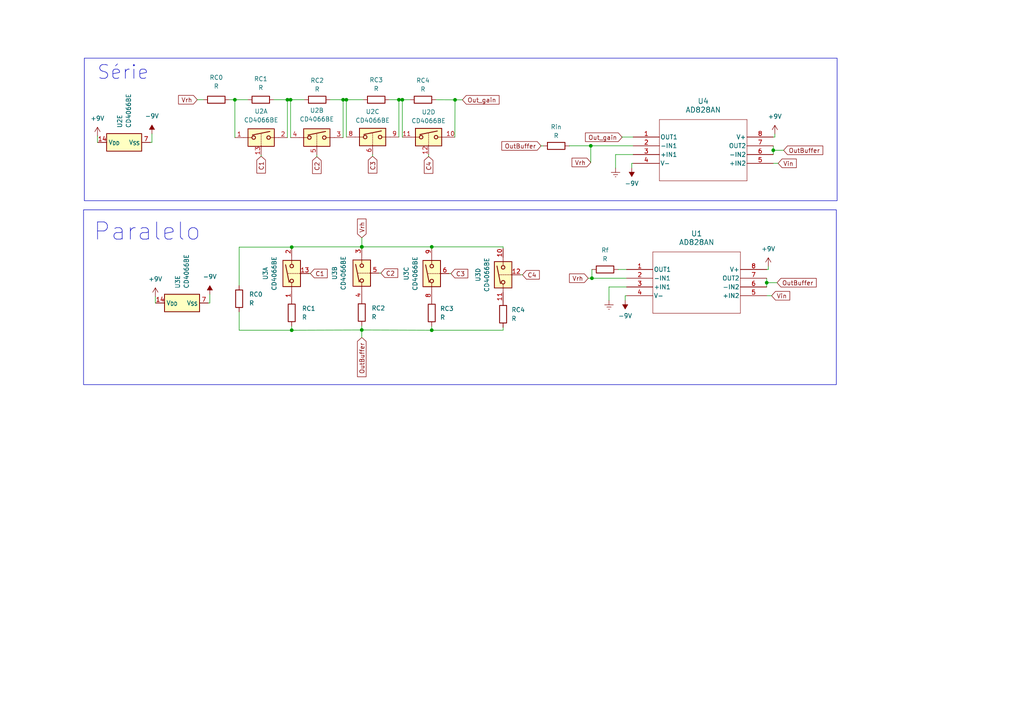
<source format=kicad_sch>
(kicad_sch (version 20230121) (generator eeschema)
  (paper "A4")
  (lib_symbols
    (symbol "AD828:AD828AN" (pin_names (offset 0.254))
      (property "Reference" "U" (at 20.32 10.16 0))
      (property "Value" "AD828AN" (at 20.32 7.62 0))
      (symbol "AD828AN_0_1"
        (polyline (pts (xy 7.62 -12.7) (xy 33.02 -12.7)) (stroke (width 0.127)))
        (polyline (pts (xy 7.62 5.08) (xy 7.62 -12.7)) (stroke (width 0.127)))
        (polyline (pts (xy 33.02 -12.7) (xy 33.02 5.08)) (stroke (width 0.127)))
        (polyline (pts (xy 33.02 5.08) (xy 7.62 5.08)) (stroke (width 0.127)))
        (pin unspecified line (at 0 0 0) (length 7.62) (name "OUT1") (number "1"))
        (pin unspecified line (at 0 -2.54 0) (length 7.62) (name "-IN1") (number "2"))
        (pin unspecified line (at 0 -5.08 0) (length 7.62) (name "+IN1") (number "3"))
        (pin power_in line (at 0 -7.62 0) (length 7.62) (name "V-") (number "4"))
        (pin unspecified line (at 40.64 -7.62 180) (length 7.62) (name "+IN2") (number "5"))
        (pin unspecified line (at 40.64 -5.08 180) (length 7.62) (name "-IN2") (number "6"))
        (pin unspecified line (at 40.64 -2.54 180) (length 7.62) (name "OUT2") (number "7"))
        (pin power_in line (at 40.64 0 180) (length 7.62) (name "V+") (number "8"))
      )
    )
    (symbol "Analog_Switch:CD4066BE"
      (property "Reference" "U" (at -5.08 3.81 0))
      (property "Value" "CD4066BE" (at 7.62 3.81 0))
      (symbol "CD4066BE_1_1"
        (rectangle (start -3.81 2.54) (end 3.81 -2.54) (stroke (width 0.254)) (fill (type background)))
        (circle (center -2.159 0) (radius 0.508) (stroke (width 0.254)))
        (polyline (pts (xy -5.08 0) (xy -2.794 0)))
        (polyline (pts (xy -2.54 0.762) (xy 2.54 1.778)) (stroke (width 0.254)))
        (polyline (pts (xy 0 -2.54) (xy 0 -2.032)))
        (polyline (pts (xy 0 -1.778) (xy 0 -1.524)))
        (polyline (pts (xy 0 -1.27) (xy 0 -1.016)))
        (polyline (pts (xy 0 -0.762) (xy 0 -0.508)))
        (polyline (pts (xy 0 -0.254) (xy 0 0)))
        (polyline (pts (xy 0 0.254) (xy 0 0.508)))
        (polyline (pts (xy 0 0.762) (xy 0 1.016)))
        (polyline (pts (xy 5.08 0) (xy 2.794 0)))
        (circle (center 2.159 0) (radius 0.508) (stroke (width 0.254)))
        (pin bidirectional line (at -7.62 0 0) (length 2.54) (name "~") (number "1"))
        (pin input line (at 0 -5.08 90) (length 2.54) (name "~") (number "13"))
        (pin bidirectional line (at 7.62 0 180) (length 2.54) (name "~") (number "2"))
      )
      (symbol "CD4066BE_2_1"
        (rectangle (start -3.81 2.54) (end 3.81 -2.54) (stroke (width 0.254)) (fill (type background)))
        (circle (center -2.159 0) (radius 0.508) (stroke (width 0.254)))
        (polyline (pts (xy -5.08 0) (xy -2.794 0)))
        (polyline (pts (xy -2.54 0.762) (xy 2.54 1.778)) (stroke (width 0.254)))
        (polyline (pts (xy 0 -2.54) (xy 0 -2.032)))
        (polyline (pts (xy 0 -1.778) (xy 0 -1.524)))
        (polyline (pts (xy 0 -1.27) (xy 0 -1.016)))
        (polyline (pts (xy 0 -0.762) (xy 0 -0.508)))
        (polyline (pts (xy 0 -0.254) (xy 0 0)))
        (polyline (pts (xy 0 0.254) (xy 0 0.508)))
        (polyline (pts (xy 0 0.762) (xy 0 1.016)))
        (polyline (pts (xy 5.08 0) (xy 2.794 0)))
        (circle (center 2.159 0) (radius 0.508) (stroke (width 0.254)))
        (pin bidirectional line (at 7.62 0 180) (length 2.54) (name "~") (number "3"))
        (pin bidirectional line (at -7.62 0 0) (length 2.54) (name "~") (number "4"))
        (pin input line (at 0 -5.08 90) (length 2.54) (name "~") (number "5"))
      )
      (symbol "CD4066BE_3_1"
        (rectangle (start -3.81 2.54) (end 3.81 -2.54) (stroke (width 0.254)) (fill (type background)))
        (circle (center -2.159 0) (radius 0.508) (stroke (width 0.254)))
        (polyline (pts (xy -5.08 0) (xy -2.794 0)))
        (polyline (pts (xy -2.54 0.762) (xy 2.54 1.778)) (stroke (width 0.254)))
        (polyline (pts (xy 0 -2.54) (xy 0 -2.032)))
        (polyline (pts (xy 0 -1.778) (xy 0 -1.524)))
        (polyline (pts (xy 0 -1.27) (xy 0 -1.016)))
        (polyline (pts (xy 0 -0.762) (xy 0 -0.508)))
        (polyline (pts (xy 0 -0.254) (xy 0 0)))
        (polyline (pts (xy 0 0.254) (xy 0 0.508)))
        (polyline (pts (xy 0 0.762) (xy 0 1.016)))
        (polyline (pts (xy 5.08 0) (xy 2.794 0)))
        (circle (center 2.159 0) (radius 0.508) (stroke (width 0.254)))
        (pin input line (at 0 -5.08 90) (length 2.54) (name "~") (number "6"))
        (pin bidirectional line (at -7.62 0 0) (length 2.54) (name "~") (number "8"))
        (pin bidirectional line (at 7.62 0 180) (length 2.54) (name "~") (number "9"))
      )
      (symbol "CD4066BE_4_1"
        (rectangle (start -3.81 2.54) (end 3.81 -2.54) (stroke (width 0.254)) (fill (type background)))
        (circle (center -2.159 0) (radius 0.508) (stroke (width 0.254)))
        (polyline (pts (xy -5.08 0) (xy -2.794 0)))
        (polyline (pts (xy -2.54 0.762) (xy 2.54 1.778)) (stroke (width 0.254)))
        (polyline (pts (xy 0 -2.54) (xy 0 -2.032)))
        (polyline (pts (xy 0 -1.778) (xy 0 -1.524)))
        (polyline (pts (xy 0 -1.27) (xy 0 -1.016)))
        (polyline (pts (xy 0 -0.762) (xy 0 -0.508)))
        (polyline (pts (xy 0 -0.254) (xy 0 0)))
        (polyline (pts (xy 0 0.254) (xy 0 0.508)))
        (polyline (pts (xy 0 0.762) (xy 0 1.016)))
        (polyline (pts (xy 5.08 0) (xy 2.794 0)))
        (circle (center 2.159 0) (radius 0.508) (stroke (width 0.254)))
        (pin bidirectional line (at 7.62 0 180) (length 2.54) (name "~") (number "10"))
        (pin bidirectional line (at -7.62 0 0) (length 2.54) (name "~") (number "11"))
        (pin input line (at 0 -5.08 90) (length 2.54) (name "~") (number "12"))
      )
      (symbol "CD4066BE_5_1"
        (rectangle (start -2.54 5.08) (end 2.54 -5.08) (stroke (width 0.254)) (fill (type background)))
        (pin power_in line (at 0 7.62 270) (length 2.54) (name "V_{DD}") (number "14"))
        (pin power_in line (at 0 -7.62 90) (length 2.54) (name "V_{SS}") (number "7"))
      )
    )
    (symbol "Device:R" (pin_numbers hide) (pin_names (offset 0))
      (property "Reference" "R" (at 2.032 0 90))
      (property "Value" "R" (at 0 0 90))
      (symbol "R_0_1"
        (rectangle (start -1.016 -2.54) (end 1.016 2.54) (stroke (width 0.254)))
      )
      (symbol "R_1_1"
        (pin passive line (at 0 3.81 270) (length 1.27) (name "~") (number "1"))
        (pin passive line (at 0 -3.81 90) (length 1.27) (name "~") (number "2"))
      )
    )
    (symbol "power:+9V" (power) (pin_names (offset 0))
      (property "Value" "+9V" (at 0 3.556 0))
      (symbol "+9V_0_1"
        (polyline (pts (xy -0.762 1.27) (xy 0 2.54)))
        (polyline (pts (xy 0 0) (xy 0 2.54)))
        (polyline (pts (xy 0 2.54) (xy 0.762 1.27)))
      )
      (symbol "+9V_1_1"
        (pin power_in line (at 0 0 90) (length 0) hide (name "+9V") (number "1"))
      )
    )
    (symbol "power:-9V" (power) (pin_names (offset 0))
      (property "Value" "-9V" (at 0 3.81 0))
      (symbol "-9V_0_1"
        (polyline (pts (xy 0 0) (xy 0 2.54)))
        (polyline (pts (xy 0.762 1.27) (xy -0.762 1.27) (xy 0 2.54) (xy 0.762 1.27)) (fill (type outline)))
      )
      (symbol "-9V_1_1"
        (pin power_in line (at 0 0 90) (length 0) hide (name "-9V") (number "1"))
      )
    )
    (symbol "power:Earth" (power) (pin_names (offset 0))
      (symbol "Earth_0_1"
        (polyline (pts (xy -0.635 -1.905) (xy 0.635 -1.905)))
        (polyline (pts (xy -0.127 -2.54) (xy 0.127 -2.54)))
        (polyline (pts (xy 0 -1.27) (xy 0 0)))
        (polyline (pts (xy 1.27 -1.27) (xy -1.27 -1.27)))
      )
      (symbol "Earth_1_1"
        (pin power_in line (at 0 0 270) (length 0) hide (name "Earth") (number "1"))
      )
    )
  )
  (junction (at 83.3628 28.9306))
  (junction (at 84.2772 28.9306))
  (junction (at 68.1228 28.9306))
  (junction (at 116.6876 28.9306))
  (junction (at 84.6074 71.6788))
  (junction (at 224.282 43.5864))
  (junction (at 131.9784 28.956))
  (junction (at 99.5172 28.9306))
  (junction (at 104.9274 95.7072))
  (junction (at 125.222 95.7834))
  (junction (at 171.6786 80.6958))
  (junction (at 115.697 28.9306))
  (junction (at 100.457 28.9306))
  (junction (at 104.9274 71.6026))
  (junction (at 84.6074 95.7834))
  (junction (at 222.377 81.9912))
  (junction (at 171.3484 42.291))
  (junction (at 125.222 71.6026))
  (junction (at 104.9528 71.6026))
  (wire (pts (xy 115.697 28.9306) (xy 112.9284 28.9306)))
  (wire (pts (xy 124.3076 45.3898) (xy 124.3076 44.8564)))
  (wire (pts (xy 104.9274 71.6026) (xy 84.6074 71.6026)))
  (wire (pts (xy 222.377 81.9912) (xy 222.377 83.2358)))
  (wire (pts (xy 60.4266 87.884) (xy 60.8584 87.884)))
  (wire (pts (xy 222.377 80.6958) (xy 222.377 81.9912)))
  (wire (pts (xy 69.3674 82.8294) (xy 69.3674 71.6788)))
  (wire (pts (xy 222.377 81.9912) (xy 225.3742 81.9912)))
  (wire (pts (xy 224.282 42.291) (xy 224.282 43.5864)))
  (wire (pts (xy 224.7392 39.751) (xy 224.282 39.751)))
  (wire (pts (xy 224.7392 38.8874) (xy 224.7392 39.751)))
  (wire (pts (xy 100.457 28.9306) (xy 100.457 39.751)))
  (wire (pts (xy 69.3674 90.4494) (xy 69.3674 95.7834)))
  (wire (pts (xy 125.222 94.5896) (xy 125.222 95.7834)))
  (wire (pts (xy 183.2356 47.371) (xy 183.642 47.371)))
  (wire (pts (xy 84.6074 71.6788) (xy 84.6074 71.7042)))
  (wire (pts (xy 104.9274 94.4626) (xy 104.9274 95.7072)))
  (wire (pts (xy 57.2262 28.9306) (xy 58.928 28.9306)))
  (wire (pts (xy 28.2702 39.4462) (xy 28.2702 41.3004)))
  (wire (pts (xy 84.6074 95.7834) (xy 104.9274 95.7072)))
  (wire (pts (xy 145.923 71.6026) (xy 145.923 72.0852)))
  (wire (pts (xy 181.737 83.2358) (xy 176.6316 83.2358)))
  (wire (pts (xy 183.2356 48.6664) (xy 183.2356 47.371)))
  (wire (pts (xy 171.6786 80.6958) (xy 171.6786 78.1558)))
  (wire (pts (xy 224.282 43.5864) (xy 227.2792 43.5864)))
  (wire (pts (xy 222.8342 77.2922) (xy 222.8342 78.1558)))
  (wire (pts (xy 110.4646 79.2226) (xy 110.0074 79.2226)))
  (wire (pts (xy 28.2702 41.3004) (xy 28.3972 41.3004)))
  (wire (pts (xy 126.492 28.9306) (xy 131.9784 28.956)))
  (wire (pts (xy 43.6372 41.3004) (xy 44.069 41.3004)))
  (wire (pts (xy 104.9528 71.6026) (xy 104.9274 71.6026)))
  (wire (pts (xy 145.923 95.7834) (xy 125.222 95.7834)))
  (wire (pts (xy 69.3674 71.6788) (xy 84.6074 71.6788)))
  (wire (pts (xy 115.697 28.9306) (xy 116.6876 28.9306)))
  (wire (pts (xy 180.4416 39.8018) (xy 180.467 39.8018)))
  (wire (pts (xy 104.9274 95.7072) (xy 104.9274 97.8916)))
  (wire (pts (xy 179.2986 78.1558) (xy 181.737 78.1558)))
  (wire (pts (xy 45.0596 86.0298) (xy 45.0596 87.884)))
  (wire (pts (xy 84.2772 28.9306) (xy 84.2772 39.9034)))
  (wire (pts (xy 223.7994 85.7758) (xy 222.377 85.7758)))
  (wire (pts (xy 125.222 71.6026) (xy 125.222 71.7296)))
  (wire (pts (xy 44.069 38.8112) (xy 44.069 41.3004)))
  (wire (pts (xy 100.457 28.9306) (xy 105.3084 28.9306)))
  (wire (pts (xy 170.6118 80.6958) (xy 171.6786 80.6958)))
  (wire (pts (xy 131.9784 28.956) (xy 131.9276 28.9306)))
  (wire (pts (xy 83.3628 28.9306) (xy 83.3628 39.9034)))
  (wire (pts (xy 165.1508 42.291) (xy 171.3484 42.291)))
  (wire (pts (xy 224.282 43.5864) (xy 224.282 44.831)))
  (wire (pts (xy 134.112 28.956) (xy 131.9784 28.956)))
  (wire (pts (xy 225.7044 47.371) (xy 224.282 47.371)))
  (wire (pts (xy 91.8972 45.4406) (xy 91.8972 44.9834)))
  (wire (pts (xy 100.457 28.9306) (xy 99.5172 28.9306)))
  (wire (pts (xy 181.3306 85.7758) (xy 181.737 85.7758)))
  (wire (pts (xy 130.7846 79.3496) (xy 130.302 79.3496)))
  (wire (pts (xy 165.1508 42.3164) (xy 165.1508 42.291)))
  (wire (pts (xy 45.0596 87.884) (xy 45.1866 87.884)))
  (wire (pts (xy 131.9276 39.7764) (xy 131.9784 28.956)))
  (wire (pts (xy 116.6876 28.9306) (xy 118.872 28.9306)))
  (wire (pts (xy 69.3674 95.7834) (xy 84.6074 95.7834)))
  (wire (pts (xy 84.6074 94.5642) (xy 84.6074 95.7834)))
  (wire (pts (xy 68.1228 28.9306) (xy 66.548 28.9306)))
  (wire (pts (xy 83.3628 28.9306) (xy 79.4512 28.9306)))
  (wire (pts (xy 60.8584 85.3948) (xy 60.8584 87.884)))
  (wire (pts (xy 115.697 28.9306) (xy 115.697 39.751)))
  (wire (pts (xy 171.3484 42.291) (xy 183.642 42.291)))
  (wire (pts (xy 171.3484 42.291) (xy 171.3484 47.117)))
  (wire (pts (xy 83.3628 28.9306) (xy 84.2772 28.9306)))
  (wire (pts (xy 104.9528 71.6026) (xy 125.222 71.6026)))
  (wire (pts (xy 68.1228 28.9306) (xy 68.1228 39.9034)))
  (wire (pts (xy 90.0176 79.3242) (xy 89.6874 79.3242)))
  (wire (pts (xy 165.1254 42.3164) (xy 165.1508 42.3164)))
  (wire (pts (xy 116.6876 28.9306) (xy 116.6876 39.7764)))
  (wire (pts (xy 75.7428 45.3136) (xy 75.7428 44.9834)))
  (wire (pts (xy 222.8342 78.1558) (xy 222.377 78.1558)))
  (wire (pts (xy 156.9212 42.3164) (xy 157.5054 42.3164)))
  (wire (pts (xy 180.467 39.8018) (xy 180.467 39.751)))
  (wire (pts (xy 104.9274 68.961) (xy 104.9528 68.961)))
  (wire (pts (xy 99.5172 28.9306) (xy 99.5172 39.9034)))
  (wire (pts (xy 104.9528 68.961) (xy 104.9528 71.6026)))
  (wire (pts (xy 99.5172 28.9306) (xy 95.8088 28.9306)))
  (wire (pts (xy 84.6074 71.6026) (xy 84.6074 71.6788)))
  (wire (pts (xy 104.9274 95.7072) (xy 125.222 95.7834)))
  (wire (pts (xy 84.2772 28.9306) (xy 88.1888 28.9306)))
  (wire (pts (xy 176.6316 83.2358) (xy 176.6316 87.1474)))
  (wire (pts (xy 151.5364 79.7052) (xy 151.003 79.7052)))
  (wire (pts (xy 145.923 94.9452) (xy 145.923 95.7834)))
  (wire (pts (xy 71.8312 28.9306) (xy 68.1228 28.9306)))
  (wire (pts (xy 183.642 44.831) (xy 178.5366 44.831)))
  (wire (pts (xy 171.6786 80.6958) (xy 181.737 80.6958)))
  (wire (pts (xy 178.5366 44.831) (xy 178.5366 48.7426)))
  (wire (pts (xy 181.3306 87.0712) (xy 181.3306 85.7758)))
  (wire (pts (xy 125.222 71.6026) (xy 145.923 71.6026)))
  (wire (pts (xy 108.077 45.3136) (xy 108.077 44.831)))
  (wire (pts (xy 180.467 39.751) (xy 183.642 39.751)))
  (rectangle (start 24.2316 60.8584) (end 242.57 111.5568))
  (rectangle (start 24.4602 16.8656) (end 242.7986 58.2168))
  (text "Paralelo\n" (at 27.0002 70.231 0) (effects (font (size 5 5)) (justify left bottom)))
  (text "Série" (at 28.067 23.4696 0) (effects (font (size 4 4)) (justify left bottom)))
  (global_label "Vrh" (shape input) (at 171.3484 47.117 180) (property "Intersheetrefs" "${INTERSHEET_REFS}" (effects hide)))
  (global_label "C1" (shape input) (at 90.0176 79.3242 0) (property "Intersheetrefs" "${INTERSHEET_REFS}" (effects hide)))
  (global_label "C4" (shape input) (at 124.3076 45.3898 270) (property "Intersheetrefs" "${INTERSHEET_REFS}" (effects hide)))
  (global_label "C3" (shape input) (at 108.077 45.3136 270) (property "Intersheetrefs" "${INTERSHEET_REFS}" (effects hide)))
  (global_label "C3" (shape input) (at 130.7846 79.3496 0) (property "Intersheetrefs" "${INTERSHEET_REFS}" (effects hide)))
  (global_label "Vrh" (shape input) (at 104.9274 68.961 90) (property "Intersheetrefs" "${INTERSHEET_REFS}" (effects hide)))
  (global_label "Vrh" (shape input) (at 170.6118 80.6958 180) (property "Intersheetrefs" "${INTERSHEET_REFS}" (effects hide)))
  (global_label "Vin" (shape input) (at 225.7044 47.371 0) (property "Intersheetrefs" "${INTERSHEET_REFS}" (effects hide)))
  (global_label "C1" (shape input) (at 75.7428 45.3136 270) (property "Intersheetrefs" "${INTERSHEET_REFS}" (effects hide)))
  (global_label "OutBuffer" (shape input) (at 156.9212 42.3164 180) (property "Intersheetrefs" "${INTERSHEET_REFS}" (effects hide)))
  (global_label "OutBuffer" (shape input) (at 104.9274 97.8916 270) (property "Intersheetrefs" "${INTERSHEET_REFS}" (effects hide)))
  (global_label "C2" (shape input) (at 110.4646 79.2226 0) (property "Intersheetrefs" "${INTERSHEET_REFS}" (effects hide)))
  (global_label "OutBuffer" (shape input) (at 225.3742 81.9912 0) (property "Intersheetrefs" "${INTERSHEET_REFS}" (effects hide)))
  (global_label "OutBuffer" (shape input) (at 227.2792 43.5864 0) (property "Intersheetrefs" "${INTERSHEET_REFS}" (effects hide)))
  (global_label "C2" (shape input) (at 91.8972 45.4406 270) (property "Intersheetrefs" "${INTERSHEET_REFS}" (effects hide)))
  (global_label "C4" (shape input) (at 151.5364 79.7052 0) (property "Intersheetrefs" "${INTERSHEET_REFS}" (effects hide)))
  (global_label "Out_gain" (shape input) (at 134.112 28.956 0) (property "Intersheetrefs" "${INTERSHEET_REFS}" (effects hide)))
  (global_label "Vin" (shape input) (at 223.7994 85.7758 0) (property "Intersheetrefs" "${INTERSHEET_REFS}" (effects hide)))
  (global_label "Vrh" (shape input) (at 57.2262 28.9306 180) (property "Intersheetrefs" "${INTERSHEET_REFS}" (effects hide)))
  (global_label "Out_gain" (shape input) (at 180.4416 39.8018 180) (property "Intersheetrefs" "${INTERSHEET_REFS}" (effects hide)))
  (symbol (lib_id "Analog_Switch:CD4066BE") (at 108.077 39.751 0) (unit 3)
    (property "Reference" "U2" (at 108.077 32.385 0))
    (property "Value" "CD4066BE" (at 108.077 34.925 0))
    (property "Footprint" "Package_DIP:DIP-14_W7.62mm" (effects hide))
    (property "Datasheet" "https://www.ti.com/lit/ds/symlink/cd4066b.pdf" (effects hide))
  )
  (symbol (lib_id "AD828:AD828AN") (at 181.737 78.1558 0) (unit 1)
    (property "Reference" "U1" (at 202.057 67.7418 0) (effects (font (size 1.524 1.524))))
    (property "Value" "AD828AN" (at 202.057 70.2818 0) (effects (font (size 1.524 1.524))))
    (property "Footprint" "N_8_ADI" (effects hide))
    (property "Datasheet" "AD828AN" (effects hide))
  )
  (symbol (lib_id "power:-9V") (at 183.2356 48.6664 180) (unit 1)
    (property "Reference" "#PWR09" (effects hide))
    (property "Value" "-9V" (at 183.2356 53.213 0))
  )
  (symbol (lib_id "Device:R") (at 91.9988 28.9306 90) (unit 1)
    (property "Reference" "RC2" (at 91.9988 23.3426 90))
    (property "Value" "R" (at 91.9988 25.8826 90))
  )
  (symbol (lib_id "power:-9V") (at 44.069 38.8112 0) (unit 1)
    (property "Reference" "#PWR02" (effects hide))
    (property "Value" "-9V" (at 44.069 33.655 0))
  )
  (symbol (lib_id "AD828:AD828AN") (at 183.642 39.751 0) (unit 1)
    (property "Reference" "U4" (at 203.962 29.337 0) (effects (font (size 1.524 1.524))))
    (property "Value" "AD828AN" (at 203.962 31.877 0) (effects (font (size 1.524 1.524))))
    (property "Footprint" "N_8_ADI" (effects hide))
    (property "Datasheet" "AD828AN" (effects hide))
  )
  (symbol (lib_id "Device:R") (at 69.3674 86.6394 180) (unit 1)
    (property "Reference" "RC0" (at 72.2376 85.3694 0) (effects (justify right)))
    (property "Value" "R" (at 72.2376 87.9094 0) (effects (justify right)))
  )
  (symbol (lib_id "Analog_Switch:CD4066BE") (at 52.8066 87.884 90) (unit 5)
    (property "Reference" "U3" (at 51.5366 83.7184 0) (effects (justify left)))
    (property "Value" "CD4066BE" (at 54.0766 83.7184 0) (effects (justify left)))
    (property "Footprint" "Package_DIP:DIP-14_W7.62mm" (effects hide))
    (property "Datasheet" "https://www.ti.com/lit/ds/symlink/cd4066b.pdf" (effects hide))
  )
  (symbol (lib_id "Device:R") (at 75.6412 28.9306 90) (unit 1)
    (property "Reference" "RC1" (at 75.6412 22.8854 90))
    (property "Value" "R" (at 75.6412 25.4254 90))
  )
  (symbol (lib_id "Analog_Switch:CD4066BE") (at 125.222 79.3496 90) (unit 3)
    (property "Reference" "U3" (at 117.856 79.3496 0))
    (property "Value" "CD4066BE" (at 120.396 79.3496 0))
    (property "Footprint" "Package_DIP:DIP-14_W7.62mm" (effects hide))
    (property "Datasheet" "https://www.ti.com/lit/ds/symlink/cd4066b.pdf" (effects hide))
  )
  (symbol (lib_id "Device:R") (at 109.1184 28.9306 90) (unit 1)
    (property "Reference" "RC3" (at 109.1184 23.1902 90))
    (property "Value" "R" (at 109.1184 25.7302 90))
  )
  (symbol (lib_id "Analog_Switch:CD4066BE") (at 75.7428 39.9034 0) (unit 1)
    (property "Reference" "U2" (at 75.7428 32.2834 0))
    (property "Value" "CD4066BE" (at 75.7428 34.8234 0))
    (property "Footprint" "Package_DIP:DIP-14_W7.62mm" (effects hide))
    (property "Datasheet" "https://www.ti.com/lit/ds/symlink/cd4066b.pdf" (effects hide))
  )
  (symbol (lib_id "power:-9V") (at 181.3306 87.0712 180) (unit 1)
    (property "Reference" "#PWR04" (effects hide))
    (property "Value" "-9V" (at 181.3306 91.6178 0))
  )
  (symbol (lib_id "Analog_Switch:CD4066BE") (at 84.6074 79.3242 90) (unit 1)
    (property "Reference" "U3" (at 76.9874 79.3242 0))
    (property "Value" "CD4066BE" (at 79.5274 79.3242 0))
    (property "Footprint" "Package_DIP:DIP-14_W7.62mm" (effects hide))
    (property "Datasheet" "https://www.ti.com/lit/ds/symlink/cd4066b.pdf" (effects hide))
  )
  (symbol (lib_id "Device:R") (at 125.222 90.7796 180) (unit 1)
    (property "Reference" "RC3" (at 127.635 89.5096 0) (effects (justify right)))
    (property "Value" "R" (at 127.635 92.0496 0) (effects (justify right)))
  )
  (symbol (lib_id "Device:R") (at 145.923 91.1352 180) (unit 1)
    (property "Reference" "RC4" (at 148.3106 89.8652 0) (effects (justify right)))
    (property "Value" "R" (at 148.3106 92.4052 0) (effects (justify right)))
  )
  (symbol (lib_id "Analog_Switch:CD4066BE") (at 104.9274 79.2226 90) (unit 2)
    (property "Reference" "U3" (at 97.0534 79.2226 0))
    (property "Value" "CD4066BE" (at 99.5934 79.2226 0))
    (property "Footprint" "Package_DIP:DIP-14_W7.62mm" (effects hide))
    (property "Datasheet" "https://www.ti.com/lit/ds/symlink/cd4066b.pdf" (effects hide))
  )
  (symbol (lib_id "Device:R") (at 161.3154 42.3164 90) (unit 1)
    (property "Reference" "Rin" (at 161.3154 36.83 90))
    (property "Value" "R" (at 161.3154 39.37 90))
  )
  (symbol (lib_id "power:Earth") (at 176.6316 87.1474 0) (unit 1)
    (property "Reference" "#PWR05" (effects hide))
    (property "Value" "Earth" (effects hide))
  )
  (symbol (lib_id "Analog_Switch:CD4066BE") (at 36.0172 41.3004 90) (unit 5)
    (property "Reference" "U2" (at 34.7472 37.1348 0) (effects (justify left)))
    (property "Value" "CD4066BE" (at 37.2872 37.1348 0) (effects (justify left)))
    (property "Footprint" "Package_DIP:DIP-14_W7.62mm" (effects hide))
    (property "Datasheet" "https://www.ti.com/lit/ds/symlink/cd4066b.pdf" (effects hide))
  )
  (symbol (lib_id "power:+9V") (at 222.8342 77.2922 0) (unit 1)
    (property "Reference" "#PWR03" (effects hide))
    (property "Value" "+9V" (at 222.8342 72.1868 0))
  )
  (symbol (lib_id "Device:R") (at 84.6074 90.7542 180) (unit 1)
    (property "Reference" "RC1" (at 87.5538 89.4842 0) (effects (justify right)))
    (property "Value" "R" (at 87.5538 92.0242 0) (effects (justify right)))
  )
  (symbol (lib_id "Device:R") (at 104.9274 90.6526 180) (unit 1)
    (property "Reference" "RC2" (at 107.7468 89.3826 0) (effects (justify right)))
    (property "Value" "R" (at 107.7468 91.9226 0) (effects (justify right)))
  )
  (symbol (lib_id "power:Earth") (at 178.5366 48.7426 0) (unit 1)
    (property "Reference" "#PWR08" (effects hide))
    (property "Value" "Earth" (effects hide))
  )
  (symbol (lib_id "Device:R") (at 122.682 28.9306 90) (unit 1)
    (property "Reference" "RC4" (at 122.682 23.3426 90))
    (property "Value" "R" (at 122.682 25.8826 90))
  )
  (symbol (lib_id "power:+9V") (at 28.2702 39.4462 0) (unit 1)
    (property "Reference" "#PWR01" (effects hide))
    (property "Value" "+9V" (at 28.2702 34.3408 0))
  )
  (symbol (lib_id "Device:R") (at 175.4886 78.1558 90) (unit 1)
    (property "Reference" "Rf" (at 175.4886 72.5678 90))
    (property "Value" "R" (at 175.4886 75.1078 90))
  )
  (symbol (lib_id "Device:R") (at 62.738 28.9306 90) (unit 1)
    (property "Reference" "RC0" (at 62.738 22.479 90))
    (property "Value" "R" (at 62.738 25.019 90))
  )
  (symbol (lib_id "Analog_Switch:CD4066BE") (at 145.923 79.7052 90) (unit 4)
    (property "Reference" "U3" (at 138.6586 79.7052 0))
    (property "Value" "CD4066BE" (at 141.1986 79.7052 0))
    (property "Footprint" "Package_DIP:DIP-14_W7.62mm" (effects hide))
    (property "Datasheet" "https://www.ti.com/lit/ds/symlink/cd4066b.pdf" (effects hide))
  )
  (symbol (lib_id "Analog_Switch:CD4066BE") (at 124.3076 39.7764 0) (unit 4)
    (property "Reference" "U2" (at 124.3076 32.512 0))
    (property "Value" "CD4066BE" (at 124.3076 35.052 0))
    (property "Footprint" "Package_DIP:DIP-14_W7.62mm" (effects hide))
    (property "Datasheet" "https://www.ti.com/lit/ds/symlink/cd4066b.pdf" (effects hide))
  )
  (symbol (lib_id "power:-9V") (at 60.8584 85.3948 0) (unit 1)
    (property "Reference" "#PWR07" (effects hide))
    (property "Value" "-9V" (at 60.8584 80.2386 0))
  )
  (symbol (lib_id "power:+9V") (at 45.0596 86.0298 0) (unit 1)
    (property "Reference" "#PWR06" (effects hide))
    (property "Value" "+9V" (at 45.0596 80.9244 0))
  )
  (symbol (lib_id "Analog_Switch:CD4066BE") (at 91.8972 39.9034 0) (unit 2)
    (property "Reference" "U2" (at 91.8972 32.0294 0))
    (property "Value" "CD4066BE" (at 91.8972 34.5694 0))
    (property "Footprint" "Package_DIP:DIP-14_W7.62mm" (effects hide))
    (property "Datasheet" "https://www.ti.com/lit/ds/symlink/cd4066b.pdf" (effects hide))
  )
  (symbol (lib_id "power:+9V") (at 224.7392 38.8874 0) (unit 1)
    (property "Reference" "#PWR010" (effects hide))
    (property "Value" "+9V" (at 224.7392 33.782 0))
  )
)
</source>
